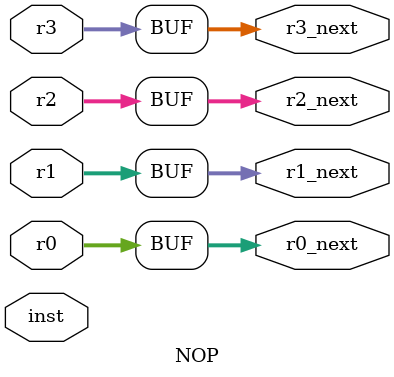
<source format=v>
module NOP(
inst,
r0,
r1,
r2,
r3,
r0_next,
r1_next,
r2_next,
r3_next
);
input      [7:0] inst;
input      [7:0] r0;
input      [7:0] r1;
input      [7:0] r2;
input      [7:0] r3;
output      [7:0] r0_next;
output      [7:0] r1_next;
output      [7:0] r2_next;
output      [7:0] r3_next;
wire      [7:0] inst;
wire      [7:0] r0;
wire      [7:0] r0_next;
wire      [7:0] r1;
wire      [7:0] r1_next;
wire      [7:0] r2;
wire      [7:0] r2_next;
wire      [7:0] r3;
wire      [7:0] r3_next;
assign r0_next = r0 ;
assign r1_next = r1 ;
assign r2_next = r2 ;
assign r3_next = r3 ;
endmodule

</source>
